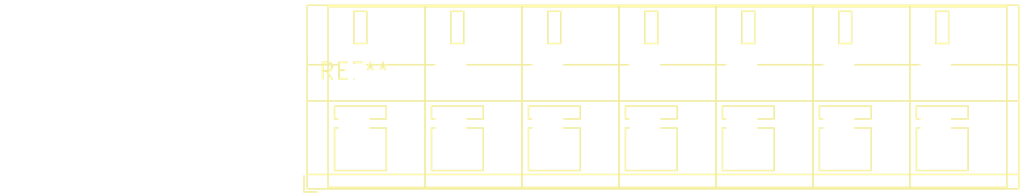
<source format=kicad_pcb>
(kicad_pcb (version 20240108) (generator pcbnew)
  (layers (0 "F.Cu" signal) (31 "B.Cu" signal) (34 "B.Paste" user) (35 "F.Paste" user) (36 "B.SilkS" user "B.Silkscreen") (37 "F.SilkS" user "F.Silkscreen") (38 "B.Mask" user) (39 "F.Mask" user) (44 "Edge.Cuts" user))
  (net 0 "")
  (footprint "TerminalBlock_WAGO_236-507_1x07_P7.50mm_45Degree" (layer "F.Cu") (at 0 0)
    (property "Reference" "REF**")
    (property "Value" "TerminalBlock_WAGO_236-507_1x07_P7.50mm_45Degree")
    (fp_line (start -3.86 8.12) (end -3.86 9.36) (layer "F.SilkS") (stroke (width 0.12)))
    (fp_line (start -3.86 9.36) (end -2.86 9.36) (layer "F.SilkS") (stroke (width 0.12)))
    (fp_line (start -3.62 -5.12) (end -3.62 9.12) (layer "F.SilkS") (stroke (width 0.12)))
    (fp_line (start -3.62 -5.12) (end 51.42 -5.12) (layer "F.SilkS") (stroke (width 0.12)))
    (fp_line (start -3.62 -0.5) (end -1.23 -0.5) (layer "F.SilkS") (stroke (width 0.12)))
    (fp_line (start -3.62 2.3) (end 51.42 2.3) (layer "F.SilkS") (stroke (width 0.12)))
    (fp_line (start -3.62 8) (end 51.42 8) (layer "F.SilkS") (stroke (width 0.12)))
    (fp_line (start -3.62 9.12) (end 51.42 9.12) (layer "F.SilkS") (stroke (width 0.12)))
    (fp_line (start -2 -5) (end -2 9) (layer "F.SilkS") (stroke (width 0.12)))
    (fp_line (start -2 -5) (end 5.5 -5) (layer "F.SilkS") (stroke (width 0.12)))
    (fp_line (start -2 9) (end 5.5 9) (layer "F.SilkS") (stroke (width 0.12)))
    (fp_line (start -1.5 2.7) (end -1.5 3.7) (layer "F.SilkS") (stroke (width 0.12)))
    (fp_line (start -1.5 2.7) (end 2.5 2.7) (layer "F.SilkS") (stroke (width 0.12)))
    (fp_line (start -1.5 3.7) (end -1.23 3.7) (layer "F.SilkS") (stroke (width 0.12)))
    (fp_line (start -1.5 4.4) (end -1.5 7.7) (layer "F.SilkS") (stroke (width 0.12)))
    (fp_line (start -1.5 4.4) (end -1.23 4.4) (layer "F.SilkS") (stroke (width 0.12)))
    (fp_line (start -1.5 7.7) (end 2.5 7.7) (layer "F.SilkS") (stroke (width 0.12)))
    (fp_line (start 0 -4.65) (end 0 -2.151) (layer "F.SilkS") (stroke (width 0.12)))
    (fp_line (start 0 -4.65) (end 1 -4.65) (layer "F.SilkS") (stroke (width 0.12)))
    (fp_line (start 0 -2.151) (end 1 -2.151) (layer "F.SilkS") (stroke (width 0.12)))
    (fp_line (start 1 -4.65) (end 1 -2.151) (layer "F.SilkS") (stroke (width 0.12)))
    (fp_line (start 1.23 -0.5) (end 6.27 -0.5) (layer "F.SilkS") (stroke (width 0.12)))
    (fp_line (start 1.23 3.7) (end 2.5 3.7) (layer "F.SilkS") (stroke (width 0.12)))
    (fp_line (start 1.23 4.4) (end 2.5 4.4) (layer "F.SilkS") (stroke (width 0.12)))
    (fp_line (start 2.5 2.7) (end 2.5 3.7) (layer "F.SilkS") (stroke (width 0.12)))
    (fp_line (start 2.5 4.4) (end 2.5 7.7) (layer "F.SilkS") (stroke (width 0.12)))
    (fp_line (start 5.5 -5) (end 5.5 9) (layer "F.SilkS") (stroke (width 0.12)))
    (fp_line (start 5.5 -5) (end 5.5 9) (layer "F.SilkS") (stroke (width 0.12)))
    (fp_line (start 5.5 -5) (end 13 -5) (layer "F.SilkS") (stroke (width 0.12)))
    (fp_line (start 5.5 9) (end 13 9) (layer "F.SilkS") (stroke (width 0.12)))
    (fp_line (start 6 2.7) (end 6 3.7) (layer "F.SilkS") (stroke (width 0.12)))
    (fp_line (start 6 2.7) (end 10 2.7) (layer "F.SilkS") (stroke (width 0.12)))
    (fp_line (start 6 3.7) (end 6.27 3.7) (layer "F.SilkS") (stroke (width 0.12)))
    (fp_line (start 6 4.4) (end 6 7.7) (layer "F.SilkS") (stroke (width 0.12)))
    (fp_line (start 6 4.4) (end 6.27 4.4) (layer "F.SilkS") (stroke (width 0.12)))
    (fp_line (start 6 7.7) (end 10 7.7) (layer "F.SilkS") (stroke (width 0.12)))
    (fp_line (start 7.5 -4.65) (end 7.5 -2.151) (layer "F.SilkS") (stroke (width 0.12)))
    (fp_line (start 7.5 -4.65) (end 8.5 -4.65) (layer "F.SilkS") (stroke (width 0.12)))
    (fp_line (start 7.5 -2.151) (end 8.5 -2.151) (layer "F.SilkS") (stroke (width 0.12)))
    (fp_line (start 8.5 -4.65) (end 8.5 -2.151) (layer "F.SilkS") (stroke (width 0.12)))
    (fp_line (start 8.73 -0.5) (end 13.77 -0.5) (layer "F.SilkS") (stroke (width 0.12)))
    (fp_line (start 8.73 3.7) (end 10 3.7) (layer "F.SilkS") (stroke (width 0.12)))
    (fp_line (start 8.73 4.4) (end 10 4.4) (layer "F.SilkS") (stroke (width 0.12)))
    (fp_line (start 10 2.7) (end 10 3.7) (layer "F.SilkS") (stroke (width 0.12)))
    (fp_line (start 10 4.4) (end 10 7.7) (layer "F.SilkS") (stroke (width 0.12)))
    (fp_line (start 13 -5) (end 13 9) (layer "F.SilkS") (stroke (width 0.12)))
    (fp_line (start 13 -5) (end 13 9) (layer "F.SilkS") (stroke (width 0.12)))
    (fp_line (start 13 -5) (end 20.5 -5) (layer "F.SilkS") (stroke (width 0.12)))
    (fp_line (start 13 9) (end 20.5 9) (layer "F.SilkS") (stroke (width 0.12)))
    (fp_line (start 13.5 2.7) (end 13.5 3.7) (layer "F.SilkS") (stroke (width 0.12)))
    (fp_line (start 13.5 2.7) (end 17.5 2.7) (layer "F.SilkS") (stroke (width 0.12)))
    (fp_line (start 13.5 3.7) (end 13.77 3.7) (layer "F.SilkS") (stroke (width 0.12)))
    (fp_line (start 13.5 4.4) (end 13.5 7.7) (layer "F.SilkS") (stroke (width 0.12)))
    (fp_line (start 13.5 4.4) (end 13.77 4.4) (layer "F.SilkS") (stroke (width 0.12)))
    (fp_line (start 13.5 7.7) (end 17.5 7.7) (layer "F.SilkS") (stroke (width 0.12)))
    (fp_line (start 15 -4.65) (end 15 -2.151) (layer "F.SilkS") (stroke (width 0.12)))
    (fp_line (start 15 -4.65) (end 16 -4.65) (layer "F.SilkS") (stroke (width 0.12)))
    (fp_line (start 15 -2.151) (end 16 -2.151) (layer "F.SilkS") (stroke (width 0.12)))
    (fp_line (start 16 -4.65) (end 16 -2.151) (layer "F.SilkS") (stroke (width 0.12)))
    (fp_line (start 16.23 -0.5) (end 21.27 -0.5) (layer "F.SilkS") (stroke (width 0.12)))
    (fp_line (start 16.23 3.7) (end 17.5 3.7) (layer "F.SilkS") (stroke (width 0.12)))
    (fp_line (start 16.23 4.4) (end 17.5 4.4) (layer "F.SilkS") (stroke (width 0.12)))
    (fp_line (start 17.5 2.7) (end 17.5 3.7) (layer "F.SilkS") (stroke (width 0.12)))
    (fp_line (start 17.5 4.4) (end 17.5 7.7) (layer "F.SilkS") (stroke (width 0.12)))
    (fp_line (start 20.5 -5) (end 20.5 9) (layer "F.SilkS") (stroke (width 0.12)))
    (fp_line (start 20.5 -5) (end 20.5 9) (layer "F.SilkS") (stroke (width 0.12)))
    (fp_line (start 20.5 -5) (end 28 -5) (layer "F.SilkS") (stroke (width 0.12)))
    (fp_line (start 20.5 9) (end 28 9) (layer "F.SilkS") (stroke (width 0.12)))
    (fp_line (start 21 2.7) (end 21 3.7) (layer "F.SilkS") (stroke (width 0.12)))
    (fp_line (start 21 2.7) (end 25 2.7) (layer "F.SilkS") (stroke (width 0.12)))
    (fp_line (start 21 3.7) (end 21.27 3.7) (layer "F.SilkS") (stroke (width 0.12)))
    (fp_line (start 21 4.4) (end 21 7.7) (layer "F.SilkS") (stroke (width 0.12)))
    (fp_line (start 21 4.4) (end 21.27 4.4) (layer "F.SilkS") (stroke (width 0.12)))
    (fp_line (start 21 7.7) (end 25 7.7) (layer "F.SilkS") (stroke (width 0.12)))
    (fp_line (start 22.5 -4.65) (end 22.5 -2.151) (layer "F.SilkS") (stroke (width 0.12)))
    (fp_line (start 22.5 -4.65) (end 23.5 -4.65) (layer "F.SilkS") (stroke (width 0.12)))
    (fp_line (start 22.5 -2.151) (end 23.5 -2.151) (layer "F.SilkS") (stroke (width 0.12)))
    (fp_line (start 23.5 -4.65) (end 23.5 -2.151) (layer "F.SilkS") (stroke (width 0.12)))
    (fp_line (start 23.73 -0.5) (end 28.77 -0.5) (layer "F.SilkS") (stroke (width 0.12)))
    (fp_line (start 23.73 3.7) (end 25 3.7) (layer "F.SilkS") (stroke (width 0.12)))
    (fp_line (start 23.73 4.4) (end 25 4.4) (layer "F.SilkS") (stroke (width 0.12)))
    (fp_line (start 25 2.7) (end 25 3.7) (layer "F.SilkS") (stroke (width 0.12)))
    (fp_line (start 25 4.4) (end 25 7.7) (layer "F.SilkS") (stroke (width 0.12)))
    (fp_line (start 28 -5) (end 28 9) (layer "F.SilkS") (stroke (width 0.12)))
    (fp_line (start 28 -5) (end 28 9) (layer "F.SilkS") (stroke (width 0.12)))
    (fp_line (start 28 -5) (end 35.5 -5) (layer "F.SilkS") (stroke (width 0.12)))
    (fp_line (start 28 9) (end 35.5 9) (layer "F.SilkS") (stroke (width 0.12)))
    (fp_line (start 28.5 2.7) (end 28.5 3.7) (layer "F.SilkS") (stroke (width 0.12)))
    (fp_line (start 28.5 2.7) (end 32.5 2.7) (layer "F.SilkS") (stroke (width 0.12)))
    (fp_line (start 28.5 3.7) (end 28.77 3.7) (layer "F.SilkS") (stroke (width 0.12)))
    (fp_line (start 28.5 4.4) (end 28.5 7.7) (layer "F.SilkS") (stroke (width 0.12)))
    (fp_line (start 28.5 4.4) (end 28.77 4.4) (layer "F.SilkS") (stroke (width 0.12)))
    (fp_line (start 28.5 7.7) (end 32.5 7.7) (layer "F.SilkS") (stroke (width 0.12)))
    (fp_line (start 30 -4.65) (end 30 -2.151) (layer "F.SilkS") (stroke (width 0.12)))
    (fp_line (start 30 -4.65) (end 31 -4.65) (layer "F.SilkS") (stroke (width 0.12)))
    (fp_line (start 30 -2.151) (end 31 -2.151) (layer "F.SilkS") (stroke (width 0.12)))
    (fp_line (start 31 -4.65) (end 31 -2.151) (layer "F.SilkS") (stroke (width 0.12)))
    (fp_line (start 31.23 -0.5) (end 36.27 -0.5) (layer "F.SilkS") (stroke (width 0.12)))
    (fp_line (start 31.23 3.7) (end 32.5 3.7) (layer "F.SilkS") (stroke (width 0.12)))
    (fp_line (start 31.23 4.4) (end 32.5 4.4) (layer "F.SilkS") (stroke (width 0.12)))
    (fp_line (start 32.5 2.7) (end 32.5 3.7) (layer "F.SilkS") (stroke (width 0.12)))
    (fp_line (start 32.5 4.4) (end 32.5 7.7) (layer "F.SilkS") (stroke (width 0.12)))
    (fp_line (start 35.5 -5) (end 35.5 9) (layer "F.SilkS") (stroke (width 0.12)))
    (fp_line (start 35.5 -5) (end 35.5 9) (layer "F.SilkS") (stroke (width 0.12)))
    (fp_line (start 35.5 -5) (end 43 -5) (layer "F.SilkS") (stroke (width 0.12)))
    (fp_line (start 35.5 9) (end 43 9) (layer "F.SilkS") (stroke (width 0.12)))
    (fp_line (start 36 2.7) (end 36 3.7) (layer "F.SilkS") (stroke (width 0.12)))
    (fp_line (start 36 2.7) (end 40 2.7) (layer "F.SilkS") (stroke (width 0.12)))
    (fp_line (start 36 3.7) (end 36.27 3.7) (layer "F.SilkS") (stroke (width 0.12)))
    (fp_line (start 36 4.4) (end 36 7.7) (layer "F.SilkS") (stroke (width 0.12)))
    (fp_line (start 36 4.4) (end 36.27 4.4) (layer "F.SilkS") (stroke (width 0.12)))
    (fp_line (start 36 7.7) (end 40 7.7) (layer "F.SilkS") (stroke (width 0.12)))
    (fp_line (start 37.5 -4.65) (end 37.5 -2.151) (layer "F.SilkS") (stroke (width 0.12)))
    (fp_line (start 37.5 -4.65) (end 38.5 -4.65) (layer "F.SilkS") (stroke (width 0.12)))
    (fp_line (start 37.5 -2.151) (end 38.5 -2.151) (layer "F.SilkS") (stroke (width 0.12)))
    (fp_line (start 38.5 -4.65) (end 38.5 -2.151) (layer "F.SilkS") (stroke (width 0.12)))
    (fp_line (start 38.73 -0.5) (end 43.77 -0.5) (layer "F.SilkS") (stroke (width 0.12)))
    (fp_line (start 38.73 3.7) (end 40 3.7) (layer "F.SilkS") (stroke (width 0.12)))
    (fp_line (start 38.73 4.4) (end 40 4.4) (layer "F.SilkS") (stroke (width 0.12)))
    (fp_line (start 40 2.7) (end 40 3.7) (layer "F.SilkS") (stroke (width 0.12)))
    (fp_line (start 40 4.4) (end 40 7.7) (layer "F.SilkS") (stroke (width 0.12)))
    (fp_line (start 43 -5) (end 43 9) (layer "F.SilkS") (stroke (width 0.12)))
    (fp_line (start 43 -5) (end 43 9) (layer "F.SilkS") (stroke (width 0.12)))
    (fp_line (start 43 -5) (end 50.5 -5) (layer "F.SilkS") (stroke (width 0.12)))
    (fp_line (start 43 9) (end 50.5 9) (layer "F.SilkS") (stroke (width 0.12)))
    (fp_line (start 43.5 2.7) (end 43.5 3.7) (layer "F.SilkS") (stroke (width 0.12)))
    (fp_line (start 43.5 2.7) (end 47.5 2.7) (layer "F.SilkS") (stroke (width 0.12)))
    (fp_line (start 43.5 3.7) (end 43.77 3.7) (layer "F.SilkS") (stroke (width 0.12)))
    (fp_line (start 43.5 4.4) (end 43.5 7.7) (layer "F.SilkS") (stroke (width 0.12)))
    (fp_line (start 43.5 4.4) (end 43.77 4.4) (layer "F.SilkS") (stroke (width 0.12)))
    (fp_line (start 43.5 7.7) (end 47.5 7.7) (layer "F.SilkS") (stroke (width 0.12)))
    (fp_line (start 45 -4.65) (end 45 -2.151) (layer "F.SilkS") (stroke (width 0.12)))
    (fp_line (start 45 -4.65) (end 46 -4.65) (layer "F.SilkS") (stroke (width 0.12)))
    (fp_line (start 45 -2.151) (end 46 -2.151) (layer "F.SilkS") (stroke (width 0.12)))
    (fp_line (start 46 -4.65) (end 46 -2.151) (layer "F.SilkS") (stroke (width 0.12)))
    (fp_line (start 46.23 -0.5) (end 51.42 -0.5) (layer "F.SilkS") (stroke (width 0.12)))
    (fp_line (start 46.23 3.7) (end 47.5 3.7) (layer "F.SilkS") (stroke (width 0.12)))
    (fp_line (start 46.23 4.4) (end 47.5 4.4) (layer "F.SilkS") (stroke (width 0.12)))
    (fp_line (start 47.5 2.7) (end 47.5 3.7) (layer "F.SilkS") (stroke (width 0.12)))
    (fp_line (start 47.5 4.4) (end 47.5 7.7) (layer "F.SilkS") (stroke (width 0.12)))
    (fp_line (start 50.5 -5) (end 50.5 9) (layer "F.SilkS") (stroke (width 0.12)))
    (fp_line (start 51.42 -5.12) (end 51.42 9.12) (layer "F.SilkS") (stroke (width 0.12)))
    (pad "1" thru_hole rect (at 0 0) (size 1.5 3) (drill 1.15) (layers *.Cu *.Mask) (remove_unused_layers))
    (pad "1" thru_hole rect (at 0 5) (size 1.5 3) (drill 1.15) (layers *.Cu *.Mask) (remove_unused_layers))
    (pad "2" thru_hole oval (at 7.5 0) (size 1.5 3) (drill 1.15) (layers *.Cu *.Mask) (remove_unused_layers))
    (pad "2" thru_hole oval (at 7.5 5) (size 1.5 3) (drill 1.15) (layers *.Cu *.Mask) (remove_unused_layers))
    (pad "3" thru_hole oval (at 15 0) (size 1.5 3) (drill 1.15) (layers *.Cu *.Mask) (remove_unused_layers))
    (pad "3" thru_hole oval (at 15 5) (size 1.5 3) (drill 1.15) (layers *.Cu *.Mask) (remove_unused_layers))
    (pad "4" thru_hole oval (at 22.5 0) (size 1.5 3) (drill 1.15) (layers *.Cu *.Mask) (remove_unused_layers))
    (pad "4" thru_hole oval (at 22.5 5) (size 1.5 3) (drill 1.15) (layers *.Cu *.Mask) (remove_unused_layers))
    (pad "5" thru_hole oval (at 30 0) (size 1.5 3) (drill 1.15) (layers *.Cu *.Mask) (remove_unused_layers))
    (pad "5" thru_hole oval (at 30 5) (size 1.5 3) (drill 1.15) (layers *.Cu *.Mask) (remove_unused_layers))
    (pad "6" thru_hole oval (at 37.5 0) (size 1.5 3) (drill 1.15) (layers *.Cu *.Mask) (remove_unused_layers))
    (pad "6" thru_hole oval (at 37.5 5) (size 1.5 3) (drill 1.15) (layers *.Cu *.Mask) (remove_unused_layers))
    (pad "7" thru_hole oval (at 45 0) (size 1.5 3) (drill 1.15) (layers *.Cu *.Mask) (remove_unused_layers))
    (pad "7" thru_hole oval (at 45 5) (size 1.5 3) (drill 1.15) (layers *.Cu *.Mask) (remove_unused_layers))
  )
)
</source>
